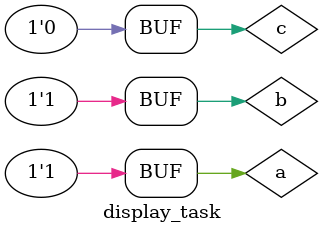
<source format=v>
module display_task;

reg a, b, c;

initial
//Variables assignment
begin: a_b_assignment
    $monitor ("%0t %m a = %b, b = %b",
              $time, a, b);
        
    #100
    {a, b} = 2'b01;
    c = 1;
    b <= 1'b0;
    //Assign two times at the same time
    
    #100
    {a, b} = 2'b10;
    c = 1'bz;
    
    #100
    {a, b} = 2'b11;
    c = 1'b0;
end 

initial
//Monitor task
begin: extra
    $monitor("%0t %m c = %b", $time, c);
    $monitor("%0t 2nd monitor task c = %b", $time, c);
end

always @(*)
//Strobe task
begin: strobe
    $strobe("%0t %m STROBE_ALWAYS:a = %b, b = %b, c = %b", 
               $time, a, b, c);
end

always @(*)
//Display task
begin: display
    $display("run %0t %m DISPLAY_ALWAYS:a = %b, b = %b, c = %b", 
               $time, a, b, c);
end

endmodule
</source>
